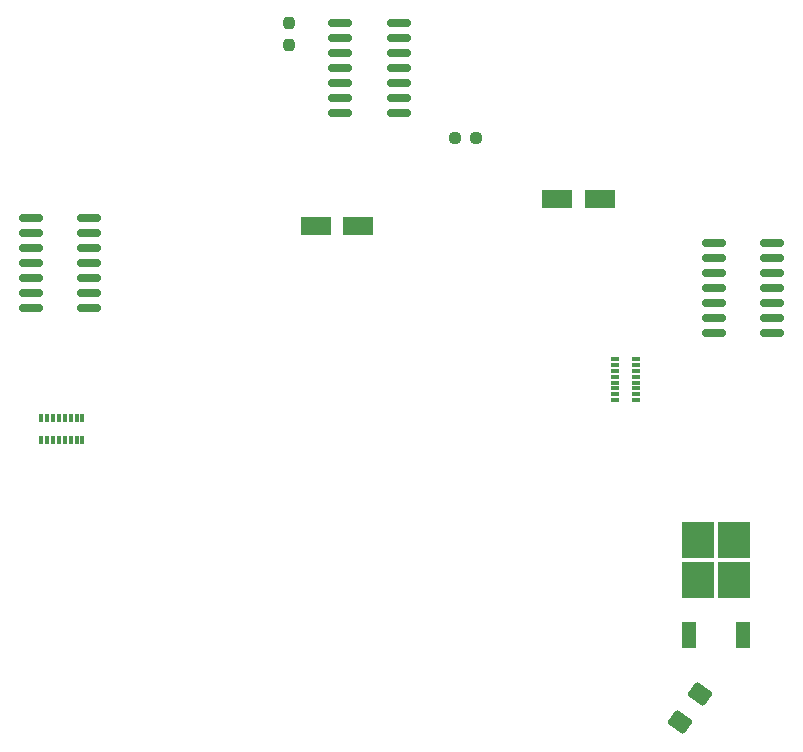
<source format=gbp>
%TF.GenerationSoftware,KiCad,Pcbnew,6.0.8*%
%TF.CreationDate,2022-10-09T16:34:15-07:00*%
%TF.ProjectId,dcpunks31,64637075-6e6b-4733-9331-2e6b69636164,rev?*%
%TF.SameCoordinates,Original*%
%TF.FileFunction,Paste,Bot*%
%TF.FilePolarity,Positive*%
%FSLAX46Y46*%
G04 Gerber Fmt 4.6, Leading zero omitted, Abs format (unit mm)*
G04 Created by KiCad (PCBNEW 6.0.8) date 2022-10-09 16:34:15*
%MOMM*%
%LPD*%
G01*
G04 APERTURE LIST*
G04 Aperture macros list*
%AMRoundRect*
0 Rectangle with rounded corners*
0 $1 Rounding radius*
0 $2 $3 $4 $5 $6 $7 $8 $9 X,Y pos of 4 corners*
0 Add a 4 corners polygon primitive as box body*
4,1,4,$2,$3,$4,$5,$6,$7,$8,$9,$2,$3,0*
0 Add four circle primitives for the rounded corners*
1,1,$1+$1,$2,$3*
1,1,$1+$1,$4,$5*
1,1,$1+$1,$6,$7*
1,1,$1+$1,$8,$9*
0 Add four rect primitives between the rounded corners*
20,1,$1+$1,$2,$3,$4,$5,0*
20,1,$1+$1,$4,$5,$6,$7,0*
20,1,$1+$1,$6,$7,$8,$9,0*
20,1,$1+$1,$8,$9,$2,$3,0*%
G04 Aperture macros list end*
%ADD10RoundRect,0.250000X-1.050000X-0.550000X1.050000X-0.550000X1.050000X0.550000X-1.050000X0.550000X0*%
%ADD11RoundRect,0.237500X-0.237500X0.250000X-0.237500X-0.250000X0.237500X-0.250000X0.237500X0.250000X0*%
%ADD12RoundRect,0.237500X0.250000X0.237500X-0.250000X0.237500X-0.250000X-0.237500X0.250000X-0.237500X0*%
%ADD13R,0.300000X0.800000*%
%ADD14RoundRect,0.150000X0.825000X0.150000X-0.825000X0.150000X-0.825000X-0.150000X0.825000X-0.150000X0*%
%ADD15R,2.750000X3.050000*%
%ADD16R,1.200000X2.200000*%
%ADD17R,0.800000X0.300000*%
%ADD18RoundRect,0.150000X-0.825000X-0.150000X0.825000X-0.150000X0.825000X0.150000X-0.825000X0.150000X0*%
%ADD19RoundRect,0.250001X-0.246691X0.737342X-0.777248X-0.020372X0.246691X-0.737342X0.777248X0.020372X0*%
G04 APERTURE END LIST*
D10*
X160617500Y-73700000D03*
X164217500Y-73700000D03*
X140147500Y-75960000D03*
X143747500Y-75960000D03*
D11*
X137890000Y-58827500D03*
X137890000Y-60652500D03*
D12*
X153732500Y-68560000D03*
X151907500Y-68560000D03*
D13*
X116900000Y-92260000D03*
X117400000Y-92260000D03*
X117900000Y-92260000D03*
X118400000Y-92260000D03*
X118900000Y-92260000D03*
X119400000Y-92260000D03*
X119900000Y-92260000D03*
X120400000Y-92260000D03*
X120400000Y-94060000D03*
X119900000Y-94060000D03*
X119400000Y-94060000D03*
X118900000Y-94060000D03*
X118400000Y-94060000D03*
X117900000Y-94060000D03*
X117400000Y-94060000D03*
X116900000Y-94060000D03*
D14*
X147175000Y-58780000D03*
X147175000Y-60050000D03*
X147175000Y-61320000D03*
X147175000Y-62590000D03*
X147175000Y-63860000D03*
X147175000Y-65130000D03*
X147175000Y-66400000D03*
X142225000Y-66400000D03*
X142225000Y-65130000D03*
X142225000Y-63860000D03*
X142225000Y-62590000D03*
X142225000Y-61320000D03*
X142225000Y-60050000D03*
X142225000Y-58780000D03*
D15*
X172490000Y-105950000D03*
X175540000Y-102600000D03*
X172490000Y-102600000D03*
X175540000Y-105950000D03*
D16*
X176295000Y-110575000D03*
X171735000Y-110575000D03*
D17*
X167270000Y-87230000D03*
X167270000Y-87730000D03*
X167270000Y-88230000D03*
X167270000Y-88730000D03*
X167270000Y-89230000D03*
X167270000Y-89730000D03*
X167270000Y-90230000D03*
X167270000Y-90730000D03*
X165470000Y-90730000D03*
X165470000Y-90230000D03*
X165470000Y-89730000D03*
X165470000Y-89230000D03*
X165470000Y-88730000D03*
X165470000Y-88230000D03*
X165470000Y-87730000D03*
X165470000Y-87230000D03*
D18*
X173875000Y-85000000D03*
X173875000Y-83730000D03*
X173875000Y-82460000D03*
X173875000Y-81190000D03*
X173875000Y-79920000D03*
X173875000Y-78650000D03*
X173875000Y-77380000D03*
X178825000Y-77380000D03*
X178825000Y-78650000D03*
X178825000Y-79920000D03*
X178825000Y-81190000D03*
X178825000Y-82460000D03*
X178825000Y-83730000D03*
X178825000Y-85000000D03*
D19*
X172693195Y-115571511D03*
X170986805Y-118008489D03*
D18*
X116015000Y-82950000D03*
X116015000Y-81680000D03*
X116015000Y-80410000D03*
X116015000Y-79140000D03*
X116015000Y-77870000D03*
X116015000Y-76600000D03*
X116015000Y-75330000D03*
X120965000Y-75330000D03*
X120965000Y-76600000D03*
X120965000Y-77870000D03*
X120965000Y-79140000D03*
X120965000Y-80410000D03*
X120965000Y-81680000D03*
X120965000Y-82950000D03*
M02*

</source>
